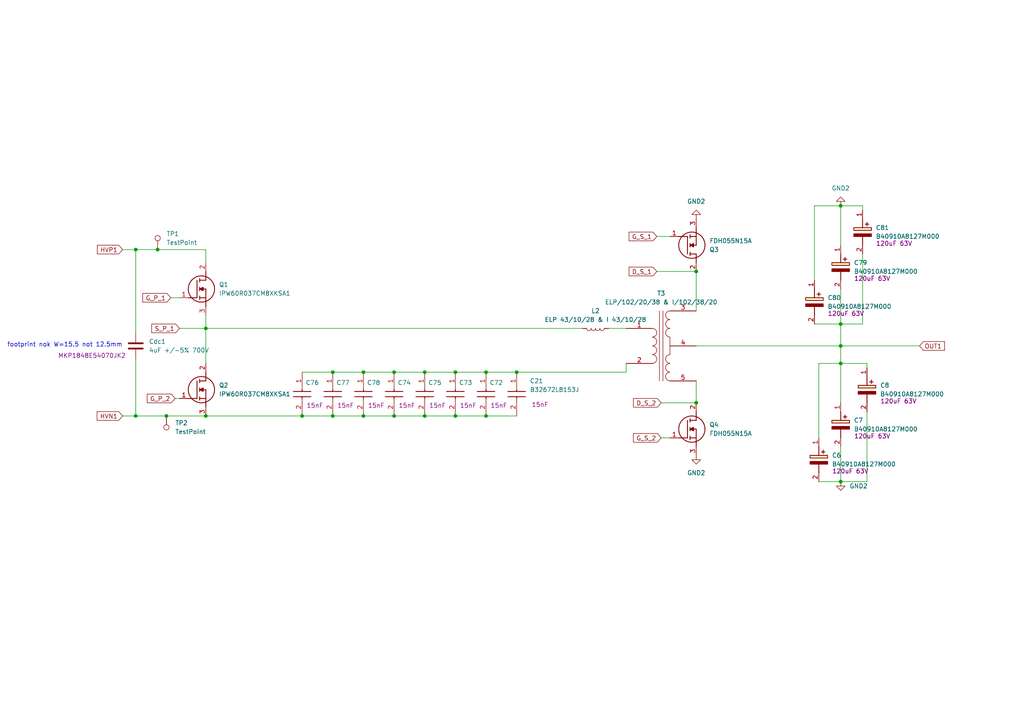
<source format=kicad_sch>
(kicad_sch (version 20250114) (generator "eeschema") (generator_version "9.0")
  (paper "A4")
  (lib_symbols
    (symbol "B32672L8153J:B32672L8153J" (pin_names (hide yes))
      (property "Reference" "C" (at 8.89 6.35 0))
      (property "Value" "B32672L8153J" (at 8.89 3.81 0))
      (symbol "B32672L8153J_1_1"
        (polyline (pts (xy 5.08 0) (xy 5.588 0)) (stroke (width 0.254)))
        (polyline (pts (xy 5.588 2.54) (xy 5.588 -2.54)) (stroke (width 0.254)))
        (polyline (pts (xy 7.112 2.54) (xy 7.112 -2.54)) (stroke (width 0.254)))
        (polyline (pts (xy 7.112 0) (xy 7.62 0)) (stroke (width 0.254)))
        (pin passive line (at 0 0 0) (length 5.08) (name "1") (number "1"))
        (pin passive line (at 12.7 0 180) (length 5.08) (name "2") (number "2"))
      )
    )
    (symbol "B40910A8127M000:B40910A8127M000" (pin_names (hide yes))
      (property "Reference" "C" (at 8.89 6.35 0))
      (property "Value" "B40910A8127M000" (at 8.89 3.81 0))
      (symbol "B40910A8127M000_1_1"
        (polyline (pts (xy 2.54 0) (xy 5.08 0)) (stroke (width 0.254)))
        (polyline (pts (xy 4.064 1.778) (xy 4.064 0.762)) (stroke (width 0.254)))
        (polyline (pts (xy 4.572 1.27) (xy 3.556 1.27)) (stroke (width 0.254)))
        (rectangle (start 5.08 2.54) (end 5.842 -2.54) (stroke (width 0.254)) (fill (type background)))
        (polyline (pts (xy 7.62 2.54) (xy 7.62 -2.54) (xy 6.858 -2.54) (xy 6.858 2.54) (xy 7.62 2.54)) (stroke (width 0.254)) (fill (type outline)))
        (polyline (pts (xy 7.62 0) (xy 10.16 0)) (stroke (width 0.254)))
        (pin passive line (at 0 0 0) (length 2.54) (name "+") (number "1"))
        (pin passive line (at 12.7 0 180) (length 2.54) (name "-") (number "2"))
      )
    )
    (symbol "Connector:TestPoint" (pin_numbers (hide yes)) (pin_names (offset 0.762) (hide yes))
      (property "Reference" "TP" (at 0 6.858 0))
      (property "Value" "TestPoint" (at 0 5.08 0))
      (symbol "TestPoint_0_1"
        (circle (center 0 3.302) (radius 0.762))
      )
      (symbol "TestPoint_1_1"
        (pin passive line (at 0 0 90) (length 2.54) (name "1") (number "1"))
      )
    )
    (symbol "Device:C" (pin_numbers (hide yes)) (pin_names (offset 0.254))
      (property "Reference" "C" (at 0.635 2.54 0))
      (property "Value" "C" (at 0.635 -2.54 0))
      (symbol "C_0_1"
        (polyline (pts (xy -2.032 0.762) (xy 2.032 0.762)) (stroke (width 0.508)))
        (polyline (pts (xy -2.032 -0.762) (xy 2.032 -0.762)) (stroke (width 0.508)))
      )
      (symbol "C_1_1"
        (pin passive line (at 0 3.81 270) (length 2.794) (name "~") (number "1"))
        (pin passive line (at 0 -3.81 90) (length 2.794) (name "~") (number "2"))
      )
    )
    (symbol "Device:L" (pin_numbers (hide yes)) (pin_names (offset 1.016) (hide yes))
      (property "Reference" "L" (at -1.27 0 90))
      (property "Value" "L" (at 1.905 0 90))
      (symbol "L_0_1"
        (arc (start 0 2.54) (mid 0.6323 1.905) (end 0 1.27))
        (arc (start 0 1.27) (mid 0.6323 0.635) (end 0 0))
        (arc (start 0 0) (mid 0.6323 -0.635) (end 0 -1.27))
        (arc (start 0 -1.27) (mid 0.6323 -1.905) (end 0 -2.54))
      )
      (symbol "L_1_1"
        (pin passive line (at 0 3.81 270) (length 1.27) (name "1") (number "1"))
        (pin passive line (at 0 -3.81 90) (length 1.27) (name "2") (number "2"))
      )
    )
    (symbol "FDH055N15A:FDH055N15A" (pin_names (hide yes))
      (property "Reference" "Q" (at 11.43 3.81 0))
      (property "Value" "FDH055N15A" (at 11.43 1.27 0))
      (symbol "FDH055N15A_1_1"
        (polyline (pts (xy 2.54 0) (xy 5.08 0)) (stroke (width 0.254)))
        (polyline (pts (xy 5.08 5.08) (xy 5.08 0)) (stroke (width 0.254)))
        (polyline (pts (xy 5.842 5.588) (xy 5.842 4.572)) (stroke (width 0.254)))
        (polyline (pts (xy 5.842 2.54) (xy 6.858 3.048) (xy 6.858 2.032) (xy 5.842 2.54)) (stroke (width 0.254)) (fill (type outline)))
        (polyline (pts (xy 5.842 2.032) (xy 5.842 3.048)) (stroke (width 0.254)))
        (polyline (pts (xy 5.842 0) (xy 7.62 0)) (stroke (width 0.254)))
        (polyline (pts (xy 5.842 -0.508) (xy 5.842 0.508)) (stroke (width 0.254)))
        (circle (center 6.35 2.54) (radius 3.81) (stroke (width 0.254)))
        (polyline (pts (xy 7.62 5.08) (xy 5.842 5.08)) (stroke (width 0.254)))
        (polyline (pts (xy 7.62 5.08) (xy 7.62 7.62)) (stroke (width 0.254)))
        (polyline (pts (xy 7.62 2.54) (xy 5.842 2.54)) (stroke (width 0.254)))
        (polyline (pts (xy 7.62 2.54) (xy 7.62 -2.54)) (stroke (width 0.254)))
        (pin passive line (at 0 0 0) (length 2.54) (name "G") (number "1"))
        (pin passive line (at 7.62 10.16 270) (length 2.54) (name "D") (number "2"))
        (pin passive line (at 7.62 -5.08 90) (length 2.54) (name "S") (number "3"))
      )
    )
    (symbol "IPW60R037CM8XKSA1:IPW60R037CM8XKSA1" (pin_names (hide yes))
      (property "Reference" "Q" (at 11.43 3.81 0))
      (property "Value" "IPW60R037CM8XKSA1" (at 11.43 1.27 0))
      (symbol "IPW60R037CM8XKSA1_1_1"
        (polyline (pts (xy 2.54 0) (xy 5.08 0)) (stroke (width 0.254)))
        (polyline (pts (xy 5.08 5.08) (xy 5.08 0)) (stroke (width 0.254)))
        (polyline (pts (xy 5.842 5.588) (xy 5.842 4.572)) (stroke (width 0.254)))
        (polyline (pts (xy 5.842 2.54) (xy 6.858 3.048) (xy 6.858 2.032) (xy 5.842 2.54)) (stroke (width 0.254)) (fill (type outline)))
        (polyline (pts (xy 5.842 2.032) (xy 5.842 3.048)) (stroke (width 0.254)))
        (polyline (pts (xy 5.842 0) (xy 7.62 0)) (stroke (width 0.254)))
        (polyline (pts (xy 5.842 -0.508) (xy 5.842 0.508)) (stroke (width 0.254)))
        (circle (center 6.35 2.54) (radius 3.81) (stroke (width 0.254)))
        (polyline (pts (xy 7.62 5.08) (xy 5.842 5.08)) (stroke (width 0.254)))
        (polyline (pts (xy 7.62 5.08) (xy 7.62 7.62)) (stroke (width 0.254)))
        (polyline (pts (xy 7.62 2.54) (xy 5.842 2.54)) (stroke (width 0.254)))
        (polyline (pts (xy 7.62 2.54) (xy 7.62 -2.54)) (stroke (width 0.254)))
        (pin passive line (at 0 0 0) (length 2.54) (name "G") (number "1"))
        (pin passive line (at 7.62 10.16 270) (length 2.54) (name "D") (number "2"))
        (pin passive line (at 7.62 -5.08 90) (length 2.54) (name "S") (number "3"))
      )
    )
    (symbol "New_Library:Transformer_LLC" (pin_names (offset 1.016) (hide yes))
      (property "Reference" "T" (at 0 12.7 0))
      (property "Value" "Transformer_LLC" (at 0 -12.7 0))
      (symbol "Transformer_LLC_0_1"
        (arc (start -1.27 3.81) (mid -1.656 2.9336) (end -2.54 2.5654))
        (arc (start -1.27 1.27) (mid -1.656 0.3936) (end -2.54 0.0254))
        (arc (start -1.27 -1.27) (mid -1.656 -2.1464) (end -2.54 -2.5146))
        (arc (start -1.27 -3.81) (mid -1.656 -4.6864) (end -2.54 -5.0546))
        (arc (start -2.54 5.08) (mid -1.642 4.708) (end -1.27 3.81))
        (arc (start -2.54 2.54) (mid -1.642 2.168) (end -1.27 1.27))
        (arc (start -2.54 0) (mid -1.642 -0.372) (end -1.27 -1.27))
        (arc (start -2.54 -2.54) (mid -1.642 -2.912) (end -1.27 -3.81))
        (polyline (pts (xy -0.508 -10.16) (xy -0.508 10.16)))
        (polyline (pts (xy 0.508 10.16) (xy 0.508 -10.16)))
        (arc (start 1.2954 8.89) (mid 1.6457 9.7917) (end 2.54 10.16))
        (arc (start 1.2954 6.35) (mid 1.6457 7.2517) (end 2.54 7.62))
        (arc (start 1.2954 3.81) (mid 1.6457 4.7117) (end 2.54 5.08))
        (arc (start 1.2954 -3.81) (mid 1.6457 -2.9083) (end 2.54 -2.54))
        (arc (start 1.2954 -6.35) (mid 1.6457 -5.4483) (end 2.54 -5.08))
        (arc (start 1.2954 -8.89) (mid 1.6457 -7.9883) (end 2.54 -7.62))
        (arc (start 2.54 7.6454) (mid 1.6599 8.0099) (end 1.2954 8.89))
        (arc (start 2.54 5.1054) (mid 1.6599 5.4699) (end 1.2954 6.35))
        (arc (start 2.54 2.5654) (mid 1.6599 2.9299) (end 1.2954 3.81))
        (polyline (pts (xy 2.54 2.54) (xy 2.54 -2.54)))
        (arc (start 2.54 -5.0546) (mid 1.6599 -4.6901) (end 1.2954 -3.81))
        (arc (start 2.54 -7.5946) (mid 1.6599 -7.2301) (end 1.2954 -6.35))
        (arc (start 2.54 -10.1346) (mid 1.6599 -9.7701) (end 1.2954 -8.89))
      )
      (symbol "Transformer_LLC_1_1"
        (pin passive line (at -10.16 5.08 0) (length 7.62) (name "AA") (number "1"))
        (pin passive line (at -10.16 -5.08 0) (length 7.62) (name "AB") (number "2"))
        (pin passive line (at 10.16 10.16 180) (length 7.62) (name "SA") (number "3"))
        (pin passive line (at 10.16 0 180) (length 7.62) (name "SC") (number "4"))
        (pin passive line (at 10.16 -10.16 180) (length 7.62) (name "SD") (number "5"))
      )
    )
    (symbol "power:GND2" (power) (pin_numbers (hide yes)) (pin_names (offset 0) (hide yes))
      (property "Value" "GND2" (at 0 -3.81 0))
      (symbol "GND2_0_1"
        (polyline (pts (xy 0 0) (xy 0 -1.27) (xy 1.27 -1.27) (xy 0 -2.54) (xy -1.27 -1.27) (xy 0 -1.27)))
      )
      (symbol "GND2_1_1"
        (pin power_in line (at 0 0 270) (length 0) (name "~") (number "1"))
      )
    )
  )
  (text "footprint nok W=15.5 not 12.5mm\n" (at 18.796 100.076 0) (effects (font (size 1.27 1.27))))
  (junction (at 114.3 120.65))
  (junction (at 201.93 78.74))
  (junction (at 243.84 105.41))
  (junction (at 39.37 120.65))
  (junction (at 48.26 120.65))
  (junction (at 39.37 72.39))
  (junction (at 123.19 120.65))
  (junction (at 140.97 120.65))
  (junction (at 105.41 107.95))
  (junction (at 201.93 116.84))
  (junction (at 243.84 139.7))
  (junction (at 140.97 107.95))
  (junction (at 149.86 107.95))
  (junction (at 105.41 120.65))
  (junction (at 132.08 107.95))
  (junction (at 96.52 120.65))
  (junction (at 123.19 107.95))
  (junction (at 243.84 100.33))
  (junction (at 59.69 120.65))
  (junction (at 45.72 72.39))
  (junction (at 96.52 107.95))
  (junction (at 243.84 93.98))
  (junction (at 243.84 59.69))
  (junction (at 59.69 95.25))
  (junction (at 114.3 107.95))
  (junction (at 87.63 120.65))
  (junction (at 132.08 120.65))
  (wire (pts (xy 190.5 68.58) (xy 194.31 68.58)))
  (wire (pts (xy 243.84 139.7) (xy 237.49 139.7)))
  (wire (pts (xy 190.5 78.74) (xy 201.93 78.74)))
  (wire (pts (xy 96.52 107.95) (xy 105.41 107.95)))
  (wire (pts (xy 59.69 72.39) (xy 45.72 72.39)))
  (wire (pts (xy 236.22 59.69) (xy 236.22 81.28)))
  (wire (pts (xy 132.08 107.95) (xy 140.97 107.95)))
  (wire (pts (xy 35.56 120.65) (xy 39.37 120.65)))
  (wire (pts (xy 149.86 107.95) (xy 181.61 107.95)))
  (wire (pts (xy 140.97 107.95) (xy 149.86 107.95)))
  (wire (pts (xy 123.19 120.65) (xy 132.08 120.65)))
  (wire (pts (xy 105.41 107.95) (xy 114.3 107.95)))
  (wire (pts (xy 237.49 105.41) (xy 237.49 127)))
  (wire (pts (xy 52.07 95.25) (xy 59.69 95.25)))
  (wire (pts (xy 87.63 120.65) (xy 96.52 120.65)))
  (wire (pts (xy 250.19 93.98) (xy 243.84 93.98)))
  (wire (pts (xy 243.84 100.33) (xy 266.7 100.33)))
  (wire (pts (xy 243.84 83.82) (xy 243.84 93.98)))
  (wire (pts (xy 50.8 115.57) (xy 52.07 115.57)))
  (wire (pts (xy 176.53 95.25) (xy 181.61 95.25)))
  (wire (pts (xy 191.77 127) (xy 194.31 127)))
  (wire (pts (xy 39.37 72.39) (xy 39.37 96.52)))
  (wire (pts (xy 251.46 105.41) (xy 251.46 106.68)))
  (wire (pts (xy 114.3 120.65) (xy 123.19 120.65)))
  (wire (pts (xy 114.3 107.95) (xy 123.19 107.95)))
  (wire (pts (xy 123.19 107.95) (xy 132.08 107.95)))
  (wire (pts (xy 243.84 129.54) (xy 243.84 139.7)))
  (wire (pts (xy 243.84 100.33) (xy 243.84 105.41)))
  (wire (pts (xy 105.41 120.65) (xy 114.3 120.65)))
  (wire (pts (xy 45.72 72.39) (xy 39.37 72.39)))
  (wire (pts (xy 243.84 93.98) (xy 243.84 100.33)))
  (wire (pts (xy 59.69 72.39) (xy 59.69 76.2)))
  (wire (pts (xy 59.69 91.44) (xy 59.69 95.25)))
  (wire (pts (xy 250.19 73.66) (xy 250.19 93.98)))
  (wire (pts (xy 251.46 139.7) (xy 243.84 139.7)))
  (wire (pts (xy 39.37 120.65) (xy 48.26 120.65)))
  (wire (pts (xy 181.61 107.95) (xy 181.61 105.41)))
  (wire (pts (xy 132.08 120.65) (xy 140.97 120.65)))
  (wire (pts (xy 49.53 86.36) (xy 52.07 86.36)))
  (wire (pts (xy 191.77 116.84) (xy 201.93 116.84)))
  (wire (pts (xy 59.69 95.25) (xy 168.91 95.25)))
  (wire (pts (xy 250.19 59.69) (xy 243.84 59.69)))
  (wire (pts (xy 48.26 120.65) (xy 59.69 120.65)))
  (wire (pts (xy 243.84 59.69) (xy 236.22 59.69)))
  (wire (pts (xy 96.52 120.65) (xy 105.41 120.65)))
  (wire (pts (xy 243.84 105.41) (xy 243.84 116.84)))
  (wire (pts (xy 243.84 93.98) (xy 236.22 93.98)))
  (wire (pts (xy 87.63 107.95) (xy 96.52 107.95)))
  (wire (pts (xy 250.19 59.69) (xy 250.19 60.96)))
  (wire (pts (xy 201.93 78.74) (xy 201.93 90.17)))
  (wire (pts (xy 59.69 120.65) (xy 87.63 120.65)))
  (wire (pts (xy 140.97 120.65) (xy 149.86 120.65)))
  (wire (pts (xy 251.46 119.38) (xy 251.46 139.7)))
  (wire (pts (xy 243.84 105.41) (xy 237.49 105.41)))
  (wire (pts (xy 243.84 59.69) (xy 243.84 71.12)))
  (wire (pts (xy 201.93 100.33) (xy 243.84 100.33)))
  (wire (pts (xy 39.37 104.14) (xy 39.37 120.65)))
  (wire (pts (xy 201.93 110.49) (xy 201.93 116.84)))
  (wire (pts (xy 35.56 72.39) (xy 39.37 72.39)))
  (wire (pts (xy 251.46 105.41) (xy 243.84 105.41)))
  (wire (pts (xy 59.69 95.25) (xy 59.69 105.41)))
  (global_label "D_S_2" (shape input) (at 191.77 116.84 180) (property "Intersheetrefs" "${INTERSHEET_REFS}" (effects (hide yes))))
  (global_label "G_S_1" (shape input) (at 190.5 68.58 180) (property "Intersheetrefs" "${INTERSHEET_REFS}" (effects (hide yes))))
  (global_label "HVN1" (shape input) (at 35.56 120.65 180) (property "Intersheetrefs" "${INTERSHEET_REFS}" (effects (hide yes))))
  (global_label "G_P_1" (shape input) (at 49.53 86.36 180) (property "Intersheetrefs" "${INTERSHEET_REFS}" (effects (hide yes))))
  (global_label "G_P_2" (shape input) (at 50.8 115.57 180) (property "Intersheetrefs" "${INTERSHEET_REFS}" (effects (hide yes))))
  (global_label "D_S_1" (shape input) (at 190.5 78.74 180) (property "Intersheetrefs" "${INTERSHEET_REFS}" (effects (hide yes))))
  (global_label "G_S_2" (shape input) (at 191.77 127 180) (property "Intersheetrefs" "${INTERSHEET_REFS}" (effects (hide yes))))
  (global_label "OUT1" (shape input) (at 266.7 100.33 0) (property "Intersheetrefs" "${INTERSHEET_REFS}" (effects (hide yes))))
  (global_label "HVP1" (shape input) (at 35.56 72.39 180) (property "Intersheetrefs" "${INTERSHEET_REFS}" (effects (hide yes))))
  (global_label "S_P_1" (shape input) (at 52.07 95.25 180) (property "Intersheetrefs" "${INTERSHEET_REFS}" (effects (hide yes))))
  (symbol (lib_id "B40910A8127M000:B40910A8127M000") (at 243.84 71.12 270) (unit 1)
    (property "Reference" "C79" (at 247.65 76.1999 90) (effects (justify left)))
    (property "Value" "B40910A8127M000" (at 247.65 78.7399 90) (effects (justify left)))
    (property "Footprint" "B40910A8127M000:B40910A8127M000" (effects (hide yes)))
    (property "Datasheet" "https://product.tdk.com/system/files/dam/doc/product/capacitor/aluminum-electrolytic/hybrid-polymer/data_sheet/20/30/db/aec/b40910.pdf" (effects (hide yes)))
    (property "Description" "63V, 120uF (M) d10x12,5 mm SMD HP" (effects (hide yes)))
    (property "Height" "12.8" (effects (hide yes)))
    (property "Manufacturer_Name" "TDK" (effects (hide yes)))
    (property "Manufacturer_Part_Number" "B40910A8127M000" (effects (hide yes)))
    (property "Value2" "120uF 63V" (at 252.984 80.772 90))
  )
  (symbol (lib_id "B32672L8153J:B32672L8153J") (at 96.52 107.95 270) (unit 1)
    (property "Reference" "C77" (at 97.536 110.998 90) (effects (justify left)))
    (property "Value" "B32672L8153J" (effects (hide yes)))
    (property "Footprint" "B32672L8153J000:CAPRR1500W80L1800T850H1450" (effects (hide yes)))
    (property "Datasheet" "https://product.tdk.com/system/files/dam/doc/product/capacitor/film/mkp_mfp/data_sheet/20/20/db/fc_2009/mkp_b32671l_672l.pdf" (effects (hide yes)))
    (property "Description" "Film Capacitors Film Cap 15NF 5% 700VAC MKP BOXED" (effects (hide yes)))
    (property "Height" "14.5" (effects (hide yes)))
    (property "Mouser Part Number" "871-B32672L8153J" (effects (hide yes)))
    (property "Mouser Price/Stock" "https://www.mouser.co.uk/ProductDetail/EPCOS-TDK/B32672L8153J?qs=CsdphVCLJRjPN7YH24ATpg%3D%3D" (effects (hide yes)))
    (property "Manufacturer_Name" "TDK" (effects (hide yes)))
    (property "Manufacturer_Part_Number" "B32672L8153J" (effects (hide yes)))
    (property "Value2" "15nF" (at 97.79 117.602 90) (effects (justify left)))
  )
  (symbol (lib_id "power:GND2") (at 201.93 132.08 0) (unit 1)
    (property "Reference" "#PWR010" (effects (hide yes)))
    (property "Value" "GND2" (at 201.93 137.16 0))
    (property "Description" "Power symbol creates a global label with name \"GND2\" , ground" (effects (hide yes)))
  )
  (symbol (lib_id "Connector:TestPoint") (at 48.26 120.65 180) (unit 1)
    (property "Reference" "TP2" (at 50.8 122.6819 0) (effects (justify right)))
    (property "Value" "TestPoint" (at 50.8 125.2219 0) (effects (justify right)))
    (property "Footprint" "TestPoint:TestPoint_Pad_D4.0mm" (effects (hide yes)))
    (property "Description" "test point" (effects (hide yes)))
  )
  (symbol (lib_id "B40910A8127M000:B40910A8127M000") (at 236.22 81.28 270) (unit 1)
    (property "Reference" "C80" (at 240.03 86.3599 90) (effects (justify left)))
    (property "Value" "B40910A8127M000" (at 240.03 88.8999 90) (effects (justify left)))
    (property "Footprint" "B40910A8127M000:B40910A8127M000" (effects (hide yes)))
    (property "Datasheet" "https://product.tdk.com/system/files/dam/doc/product/capacitor/aluminum-electrolytic/hybrid-polymer/data_sheet/20/30/db/aec/b40910.pdf" (effects (hide yes)))
    (property "Description" "63V, 120uF (M) d10x12,5 mm SMD HP" (effects (hide yes)))
    (property "Height" "12.8" (effects (hide yes)))
    (property "Manufacturer_Name" "TDK" (effects (hide yes)))
    (property "Manufacturer_Part_Number" "B40910A8127M000" (effects (hide yes)))
    (property "Value2" "120uF 63V" (at 245.364 90.932 90))
  )
  (symbol (lib_id "B32672L8153J:B32672L8153J") (at 105.41 107.95 270) (unit 1)
    (property "Reference" "C78" (at 106.426 110.998 90) (effects (justify left)))
    (property "Value" "B32672L8153J" (effects (hide yes)))
    (property "Footprint" "B32672L8153J000:CAPRR1500W80L1800T850H1450" (effects (hide yes)))
    (property "Datasheet" "https://product.tdk.com/system/files/dam/doc/product/capacitor/film/mkp_mfp/data_sheet/20/20/db/fc_2009/mkp_b32671l_672l.pdf" (effects (hide yes)))
    (property "Description" "Film Capacitors Film Cap 15NF 5% 700VAC MKP BOXED" (effects (hide yes)))
    (property "Height" "14.5" (effects (hide yes)))
    (property "Mouser Part Number" "871-B32672L8153J" (effects (hide yes)))
    (property "Mouser Price/Stock" "https://www.mouser.co.uk/ProductDetail/EPCOS-TDK/B32672L8153J?qs=CsdphVCLJRjPN7YH24ATpg%3D%3D" (effects (hide yes)))
    (property "Manufacturer_Name" "TDK" (effects (hide yes)))
    (property "Manufacturer_Part_Number" "B32672L8153J" (effects (hide yes)))
    (property "Value2" "15nF" (at 106.68 117.602 90) (effects (justify left)))
  )
  (symbol (lib_id "Device:C") (at 39.37 100.33 0) (unit 1)
    (property "Reference" "Cdc1" (at 43.18 99.0599 0) (effects (justify left)))
    (property "Value" "4uF +/-5% 700V" (at 43.18 101.5999 0) (effects (justify left)))
    (property "Footprint" "Capacitor_THT:C_Rect_L26.5mm_W11.5mm_P22.50mm_MKS4" (effects (hide yes)))
    (property "Description" "MKP1848E54070JK2" (at 26.67 103.124 0))
  )
  (symbol (lib_id "B40910A8127M000:B40910A8127M000") (at 243.84 116.84 270) (unit 1)
    (property "Reference" "C7" (at 247.65 121.9199 90) (effects (justify left)))
    (property "Value" "B40910A8127M000" (at 247.65 124.4599 90) (effects (justify left)))
    (property "Footprint" "B40910A8127M000:B40910A8127M000" (effects (hide yes)))
    (property "Datasheet" "https://product.tdk.com/system/files/dam/doc/product/capacitor/aluminum-electrolytic/hybrid-polymer/data_sheet/20/30/db/aec/b40910.pdf" (effects (hide yes)))
    (property "Description" "63V, 120uF (M) d10x12,5 mm SMD HP" (effects (hide yes)))
    (property "Height" "12.8" (effects (hide yes)))
    (property "Manufacturer_Name" "TDK" (effects (hide yes)))
    (property "Manufacturer_Part_Number" "B40910A8127M000" (effects (hide yes)))
    (property "Value2" "120uF 63V" (at 252.984 126.492 90))
  )
  (symbol (lib_id "B32672L8153J:B32672L8153J") (at 140.97 107.95 270) (unit 1)
    (property "Reference" "C72" (at 141.986 110.998 90) (effects (justify left)))
    (property "Value" "B32672L8153J" (effects (hide yes)))
    (property "Footprint" "B32672L8153J000:CAPRR1500W80L1800T850H1450" (effects (hide yes)))
    (property "Datasheet" "https://product.tdk.com/system/files/dam/doc/product/capacitor/film/mkp_mfp/data_sheet/20/20/db/fc_2009/mkp_b32671l_672l.pdf" (effects (hide yes)))
    (property "Description" "Film Capacitors Film Cap 15NF 5% 700VAC MKP BOXED" (effects (hide yes)))
    (property "Height" "14.5" (effects (hide yes)))
    (property "Mouser Part Number" "871-B32672L8153J" (effects (hide yes)))
    (property "Mouser Price/Stock" "https://www.mouser.co.uk/ProductDetail/EPCOS-TDK/B32672L8153J?qs=CsdphVCLJRjPN7YH24ATpg%3D%3D" (effects (hide yes)))
    (property "Manufacturer_Name" "TDK" (effects (hide yes)))
    (property "Manufacturer_Part_Number" "B32672L8153J" (effects (hide yes)))
    (property "Value2" "15nF" (at 142.24 117.602 90) (effects (justify left)))
  )
  (symbol (lib_id "B40910A8127M000:B40910A8127M000") (at 237.49 127 270) (unit 1)
    (property "Reference" "C6" (at 241.3 132.0799 90) (effects (justify left)))
    (property "Value" "B40910A8127M000" (at 241.3 134.6199 90) (effects (justify left)))
    (property "Footprint" "B40910A8127M000:B40910A8127M000" (effects (hide yes)))
    (property "Datasheet" "https://product.tdk.com/system/files/dam/doc/product/capacitor/aluminum-electrolytic/hybrid-polymer/data_sheet/20/30/db/aec/b40910.pdf" (effects (hide yes)))
    (property "Description" "63V, 120uF (M) d10x12,5 mm SMD HP" (effects (hide yes)))
    (property "Height" "12.8" (effects (hide yes)))
    (property "Manufacturer_Name" "TDK" (effects (hide yes)))
    (property "Manufacturer_Part_Number" "B40910A8127M000" (effects (hide yes)))
    (property "Value2" "120uF 63V" (at 246.634 136.652 90))
  )
  (symbol (lib_id "New_Library:Transformer_LLC") (at 191.77 100.33 0) (unit 1)
    (property "Reference" "T3" (at 191.77 85.09 0))
    (property "Value" "ELP/102/20/38 & I/102/38/20" (at 191.77 87.63 0))
    (property "Footprint" "New_Linrary:ELP_102_20_38" (effects (hide yes)))
    (property "Datasheet" "https://www.tdk-electronics.tdk.com/inf/80/db/fer/elp_64_10_50.pdf" (effects (hide yes)))
    (property "Description" "Transformer, single primary, dual secondary" (effects (hide yes)))
  )
  (symbol (lib_id "power:GND2") (at 243.84 59.69 180) (unit 1)
    (property "Reference" "#PWR049" (effects (hide yes)))
    (property "Value" "GND2" (at 243.84 54.61 0))
    (property "Description" "Power symbol creates a global label with name \"GND2\" , ground" (effects (hide yes)))
  )
  (symbol (lib_id "B32672L8153J:B32672L8153J") (at 123.19 107.95 270) (unit 1)
    (property "Reference" "C75" (at 124.206 110.998 90) (effects (justify left)))
    (property "Value" "B32672L8153J" (effects (hide yes)))
    (property "Footprint" "B32672L8153J000:CAPRR1500W80L1800T850H1450" (effects (hide yes)))
    (property "Datasheet" "https://product.tdk.com/system/files/dam/doc/product/capacitor/film/mkp_mfp/data_sheet/20/20/db/fc_2009/mkp_b32671l_672l.pdf" (effects (hide yes)))
    (property "Description" "Film Capacitors Film Cap 15NF 5% 700VAC MKP BOXED" (effects (hide yes)))
    (property "Height" "14.5" (effects (hide yes)))
    (property "Mouser Part Number" "871-B32672L8153J" (effects (hide yes)))
    (property "Mouser Price/Stock" "https://www.mouser.co.uk/ProductDetail/EPCOS-TDK/B32672L8153J?qs=CsdphVCLJRjPN7YH24ATpg%3D%3D" (effects (hide yes)))
    (property "Manufacturer_Name" "TDK" (effects (hide yes)))
    (property "Manufacturer_Part_Number" "B32672L8153J" (effects (hide yes)))
    (property "Value2" "15nF" (at 124.46 117.602 90) (effects (justify left)))
  )
  (symbol (lib_id "B32672L8153J:B32672L8153J") (at 149.86 107.95 270) (unit 1)
    (property "Reference" "C21" (at 153.67 110.4899 90) (effects (justify left)))
    (property "Value" "B32672L8153J" (at 153.67 113.0299 90) (effects (justify left)))
    (property "Footprint" "B32672L8153J000:CAPRR1500W80L1800T850H1450" (effects (hide yes)))
    (property "Datasheet" "https://product.tdk.com/system/files/dam/doc/product/capacitor/film/mkp_mfp/data_sheet/20/20/db/fc_2009/mkp_b32671l_672l.pdf" (effects (hide yes)))
    (property "Description" "Film Capacitors Film Cap 15NF 5% 700VAC MKP BOXED" (effects (hide yes)))
    (property "Height" "14.5" (effects (hide yes)))
    (property "Mouser Part Number" "871-B32672L8153J" (effects (hide yes)))
    (property "Mouser Price/Stock" "https://www.mouser.co.uk/ProductDetail/EPCOS-TDK/B32672L8153J?qs=CsdphVCLJRjPN7YH24ATpg%3D%3D" (effects (hide yes)))
    (property "Manufacturer_Name" "TDK" (effects (hide yes)))
    (property "Manufacturer_Part_Number" "B32672L8153J" (effects (hide yes)))
    (property "Value2" "15nF" (at 154.178 117.348 90) (effects (justify left)))
  )
  (symbol (lib_id "B40910A8127M000:B40910A8127M000") (at 250.19 60.96 270) (unit 1)
    (property "Reference" "C81" (at 254 66.0399 90) (effects (justify left)))
    (property "Value" "B40910A8127M000" (at 254 68.5799 90) (effects (justify left)))
    (property "Footprint" "B40910A8127M000:B40910A8127M000" (effects (hide yes)))
    (property "Datasheet" "https://product.tdk.com/system/files/dam/doc/product/capacitor/aluminum-electrolytic/hybrid-polymer/data_sheet/20/30/db/aec/b40910.pdf" (effects (hide yes)))
    (property "Description" "63V, 120uF (M) d10x12,5 mm SMD HP" (effects (hide yes)))
    (property "Height" "12.8" (effects (hide yes)))
    (property "Manufacturer_Name" "TDK" (effects (hide yes)))
    (property "Manufacturer_Part_Number" "B40910A8127M000" (effects (hide yes)))
    (property "Value2" "120uF 63V" (at 259.334 70.612 90))
  )
  (symbol (lib_id "FDH055N15A:FDH055N15A") (at 194.31 68.58 0) (mirror x) (unit 1)
    (property "Reference" "Q3" (at 205.74 72.3901 0) (effects (justify left)))
    (property "Value" "FDH055N15A" (at 205.74 69.8501 0) (effects (justify left)))
    (property "Footprint" "Package_TO_SOT_THT:TO-247-3_Horizontal_TabDown" (effects (hide yes)))
    (property "Datasheet" "https://www.onsemi.com/pub/Collateral/FDH055N15A-D.PDF" (effects (hide yes)))
    (property "Description" "High Power and Current Handling Capability; Fast Switching Speed; High Performance Trench Technology for Extremely Low RDS(on) ; Low Gate Charge, QG = 92nC ( Typ.); RoHS Compliant; RDS(on) = 4.8m ( Typ.)@ VGS = 10V, ID = 120A" (effects (hide yes)))
    (property "Height" "4.82" (effects (hide yes)))
    (property "Mouser Part Number" "512-FDH055N15A" (effects (hide yes)))
    (property "Mouser Price/Stock" "https://www.mouser.co.uk/ProductDetail/onsemi-Fairchild/FDH055N15A?qs=r2Ui%2FjbkGg%2FwTUHq7txgCw%3D%3D" (effects (hide yes)))
    (property "Manufacturer_Name" "onsemi" (effects (hide yes)))
    (property "Manufacturer_Part_Number" "FDH055N15A" (effects (hide yes)))
  )
  (symbol (lib_id "Connector:TestPoint") (at 45.72 72.39 0) (unit 1)
    (property "Reference" "TP1" (at 48.26 67.8179 0) (effects (justify left)))
    (property "Value" "TestPoint" (at 48.26 70.3579 0) (effects (justify left)))
    (property "Footprint" "TestPoint:TestPoint_Pad_D4.0mm" (effects (hide yes)))
    (property "Description" "test point" (effects (hide yes)))
  )
  (symbol (lib_id "IPW60R037CM8XKSA1:IPW60R037CM8XKSA1") (at 52.07 86.36 0) (unit 1)
    (property "Reference" "Q1" (at 63.5 82.5499 0) (effects (justify left)))
    (property "Value" "IPW60R037CM8XKSA1" (at 63.5 85.0899 0) (effects (justify left)))
    (property "Footprint" "Package_TO_SOT_THT:TO-247-3_Horizontal_TabDown" (effects (hide yes)))
    (property "Description" "Suitableforhardandsoftswitchingtopologiesthankstoan outstandingcommutationruggedness Significantreductionofswitchingandconductionlosses BestinclassRDS(on)perpackageproductsenabledbyultralowRDS(on)*A" (effects (hide yes)))
    (property "Height" "5.21" (effects (hide yes)))
    (property "Mouser Part Number" "726-IPW60R037CM8XKSA" (effects (hide yes)))
    (property "Mouser Price/Stock" "https://www.mouser.co.uk/ProductDetail/Infineon-Technologies/IPW60R037CM8XKSA1?qs=2wMNvWM5ZX6iR5SSpR9OjA%3D%3D" (effects (hide yes)))
    (property "Manufacturer_Name" "Infineon" (effects (hide yes)))
    (property "Manufacturer_Part_Number" "IPW60R037CM8XKSA1" (effects (hide yes)))
  )
  (symbol (lib_id "FDH055N15A:FDH055N15A") (at 194.31 127 0) (unit 1)
    (property "Reference" "Q4" (at 205.74 123.1899 0) (effects (justify left)))
    (property "Value" "FDH055N15A" (at 205.74 125.7299 0) (effects (justify left)))
    (property "Footprint" "Package_TO_SOT_THT:TO-247-3_Horizontal_TabDown" (effects (hide yes)))
    (property "Datasheet" "https://www.onsemi.com/pub/Collateral/FDH055N15A-D.PDF" (effects (hide yes)))
    (property "Description" "High Power and Current Handling Capability; Fast Switching Speed; High Performance Trench Technology for Extremely Low RDS(on) ; Low Gate Charge, QG = 92nC ( Typ.); RoHS Compliant; RDS(on) = 4.8m ( Typ.)@ VGS = 10V, ID = 120A" (effects (hide yes)))
    (property "Height" "4.82" (effects (hide yes)))
    (property "Mouser Part Number" "512-FDH055N15A" (effects (hide yes)))
    (property "Mouser Price/Stock" "https://www.mouser.co.uk/ProductDetail/onsemi-Fairchild/FDH055N15A?qs=r2Ui%2FjbkGg%2FwTUHq7txgCw%3D%3D" (effects (hide yes)))
    (property "Manufacturer_Name" "onsemi" (effects (hide yes)))
    (property "Manufacturer_Part_Number" "FDH055N15A" (effects (hide yes)))
  )
  (symbol (lib_id "B32672L8153J:B32672L8153J") (at 114.3 107.95 270) (unit 1)
    (property "Reference" "C74" (at 115.316 110.998 90) (effects (justify left)))
    (property "Value" "B32672L8153J" (effects (hide yes)))
    (property "Footprint" "B32672L8153J000:CAPRR1500W80L1800T850H1450" (effects (hide yes)))
    (property "Datasheet" "https://product.tdk.com/system/files/dam/doc/product/capacitor/film/mkp_mfp/data_sheet/20/20/db/fc_2009/mkp_b32671l_672l.pdf" (effects (hide yes)))
    (property "Description" "Film Capacitors Film Cap 15NF 5% 700VAC MKP BOXED" (effects (hide yes)))
    (property "Height" "14.5" (effects (hide yes)))
    (property "Mouser Part Number" "871-B32672L8153J" (effects (hide yes)))
    (property "Mouser Price/Stock" "https://www.mouser.co.uk/ProductDetail/EPCOS-TDK/B32672L8153J?qs=CsdphVCLJRjPN7YH24ATpg%3D%3D" (effects (hide yes)))
    (property "Manufacturer_Name" "TDK" (effects (hide yes)))
    (property "Manufacturer_Part_Number" "B32672L8153J" (effects (hide yes)))
    (property "Value2" "15nF" (at 115.57 117.602 90) (effects (justify left)))
  )
  (symbol (lib_id "power:GND2") (at 201.93 63.5 0) (mirror x) (unit 1)
    (property "Reference" "#PWR09" (effects (hide yes)))
    (property "Value" "GND2" (at 201.93 58.42 0))
    (property "Description" "Power symbol creates a global label with name \"GND2\" , ground" (effects (hide yes)))
  )
  (symbol (lib_id "B32672L8153J:B32672L8153J") (at 87.63 107.95 270) (unit 1)
    (property "Reference" "C76" (at 88.646 110.998 90) (effects (justify left)))
    (property "Value" "B32672L8153J" (effects (hide yes)))
    (property "Footprint" "B32672L8153J000:CAPRR1500W80L1800T850H1450" (effects (hide yes)))
    (property "Datasheet" "https://product.tdk.com/system/files/dam/doc/product/capacitor/film/mkp_mfp/data_sheet/20/20/db/fc_2009/mkp_b32671l_672l.pdf" (effects (hide yes)))
    (property "Description" "Film Capacitors Film Cap 15NF 5% 700VAC MKP BOXED" (effects (hide yes)))
    (property "Height" "14.5" (effects (hide yes)))
    (property "Mouser Part Number" "871-B32672L8153J" (effects (hide yes)))
    (property "Mouser Price/Stock" "https://www.mouser.co.uk/ProductDetail/EPCOS-TDK/B32672L8153J?qs=CsdphVCLJRjPN7YH24ATpg%3D%3D" (effects (hide yes)))
    (property "Manufacturer_Name" "TDK" (effects (hide yes)))
    (property "Manufacturer_Part_Number" "B32672L8153J" (effects (hide yes)))
    (property "Value2" "15nF" (at 88.9 117.602 90) (effects (justify left)))
  )
  (symbol (lib_id "B40910A8127M000:B40910A8127M000") (at 251.46 106.68 270) (unit 1)
    (property "Reference" "C8" (at 255.27 111.7599 90) (effects (justify left)))
    (property "Value" "B40910A8127M000" (at 255.27 114.2999 90) (effects (justify left)))
    (property "Footprint" "B40910A8127M000:B40910A8127M000" (effects (hide yes)))
    (property "Datasheet" "https://product.tdk.com/system/files/dam/doc/product/capacitor/aluminum-electrolytic/hybrid-polymer/data_sheet/20/30/db/aec/b40910.pdf" (effects (hide yes)))
    (property "Description" "63V, 120uF (M) d10x12,5 mm SMD HP" (effects (hide yes)))
    (property "Height" "12.8" (effects (hide yes)))
    (property "Manufacturer_Name" "TDK" (effects (hide yes)))
    (property "Manufacturer_Part_Number" "B40910A8127M000" (effects (hide yes)))
    (property "Value2" "120uF 63V" (at 260.604 116.332 90))
  )
  (symbol (lib_id "power:GND2") (at 243.84 139.7 0) (unit 1)
    (property "Reference" "#PWR07" (effects (hide yes)))
    (property "Value" "GND2" (at 246.38 140.9699 0) (effects (justify left)))
    (property "Description" "Power symbol creates a global label with name \"GND2\" , ground" (effects (hide yes)))
  )
  (symbol (lib_id "IPW60R037CM8XKSA1:IPW60R037CM8XKSA1") (at 52.07 115.57 0) (unit 1)
    (property "Reference" "Q2" (at 63.5 111.7599 0) (effects (justify left)))
    (property "Value" "IPW60R037CM8XKSA1" (at 63.5 114.2999 0) (effects (justify left)))
    (property "Footprint" "Package_TO_SOT_THT:TO-247-3_Horizontal_TabDown" (effects (hide yes)))
    (property "Description" "Suitableforhardandsoftswitchingtopologiesthankstoan outstandingcommutationruggedness Significantreductionofswitchingandconductionlosses BestinclassRDS(on)perpackageproductsenabledbyultralowRDS(on)*A" (effects (hide yes)))
    (property "Height" "5.21" (effects (hide yes)))
    (property "Mouser Part Number" "726-IPW60R037CM8XKSA" (effects (hide yes)))
    (property "Mouser Price/Stock" "https://www.mouser.co.uk/ProductDetail/Infineon-Technologies/IPW60R037CM8XKSA1?qs=2wMNvWM5ZX6iR5SSpR9OjA%3D%3D" (effects (hide yes)))
    (property "Manufacturer_Name" "Infineon" (effects (hide yes)))
    (property "Manufacturer_Part_Number" "IPW60R037CM8XKSA1" (effects (hide yes)))
  )
  (symbol (lib_id "Device:L") (at 172.72 95.25 270) (unit 1)
    (property "Reference" "L2" (at 172.72 90.17 90))
    (property "Value" "ELP 43/10/28 & I 43/10/28" (at 172.72 92.71 90))
    (property "Footprint" "New_Linrary:ELP_43_10_28" (effects (hide yes)))
    (property "Description" "Ferrite Cores & Accessories ELP58/11/38 N87 7400 '+25%-25%" (effects (hide yes)))
    (property "Manufacturer part code" "ELP 58/11/38 with I 58/4/38" (effects (hide yes)))
  )
  (symbol (lib_id "B32672L8153J:B32672L8153J") (at 132.08 107.95 270) (unit 1)
    (property "Reference" "C73" (at 133.096 110.998 90) (effects (justify left)))
    (property "Value" "B32672L8153J" (effects (hide yes)))
    (property "Footprint" "B32672L8153J000:CAPRR1500W80L1800T850H1450" (effects (hide yes)))
    (property "Datasheet" "https://product.tdk.com/system/files/dam/doc/product/capacitor/film/mkp_mfp/data_sheet/20/20/db/fc_2009/mkp_b32671l_672l.pdf" (effects (hide yes)))
    (property "Description" "Film Capacitors Film Cap 15NF 5% 700VAC MKP BOXED" (effects (hide yes)))
    (property "Height" "14.5" (effects (hide yes)))
    (property "Mouser Part Number" "871-B32672L8153J" (effects (hide yes)))
    (property "Mouser Price/Stock" "https://www.mouser.co.uk/ProductDetail/EPCOS-TDK/B32672L8153J?qs=CsdphVCLJRjPN7YH24ATpg%3D%3D" (effects (hide yes)))
    (property "Manufacturer_Name" "TDK" (effects (hide yes)))
    (property "Manufacturer_Part_Number" "B32672L8153J" (effects (hide yes)))
    (property "Value2" "15nF" (at 133.35 117.602 90) (effects (justify left)))
  )
)
</source>
